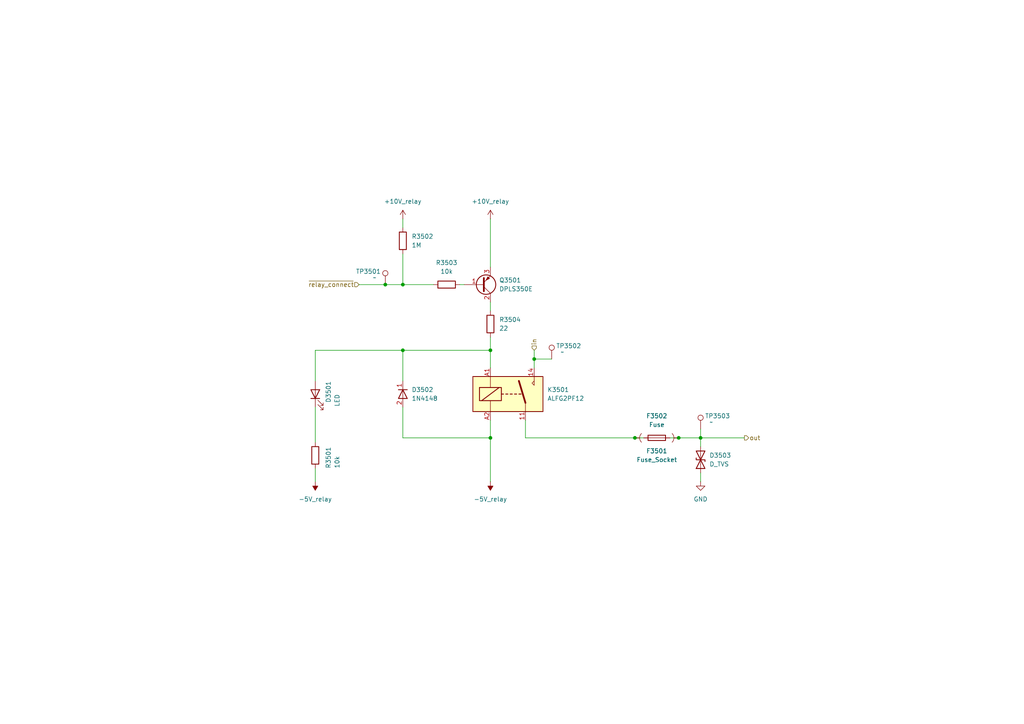
<source format=kicad_sch>
(kicad_sch
	(version 20231120)
	(generator "eeschema")
	(generator_version "8.0")
	(uuid "e5ac7aaa-a669-4523-899d-436cf4034916")
	(paper "A4")
	(title_block
		(title "Power Supply Sink")
		(date "2024-12-03")
		(rev "0.12.1")
		(company "Open Battery Tester")
		(comment 1 "Relay")
	)
	(lib_symbols
		(symbol "pss:+10V_relay"
			(power)
			(pin_numbers hide)
			(pin_names
				(offset 0) hide)
			(exclude_from_sim no)
			(in_bom yes)
			(on_board yes)
			(property "Reference" "#PWR"
				(at 0 -3.81 0)
				(effects
					(font
						(size 1.27 1.27)
					)
					(hide yes)
				)
			)
			(property "Value" "+10V_relay"
				(at 0 3.556 0)
				(effects
					(font
						(size 1.27 1.27)
					)
				)
			)
			(property "Footprint" ""
				(at 0 0 0)
				(effects
					(font
						(size 1.27 1.27)
					)
					(hide yes)
				)
			)
			(property "Datasheet" ""
				(at 0 0 0)
				(effects
					(font
						(size 1.27 1.27)
					)
					(hide yes)
				)
			)
			(property "Description" ""
				(at 0 0 0)
				(effects
					(font
						(size 1.27 1.27)
					)
					(hide yes)
				)
			)
			(property "ki_keywords" "global power"
				(at 0 0 0)
				(effects
					(font
						(size 1.27 1.27)
					)
					(hide yes)
				)
			)
			(symbol "+10V_relay_0_1"
				(polyline
					(pts
						(xy -0.762 1.27) (xy 0 2.54)
					)
					(stroke
						(width 0)
						(type default)
					)
					(fill
						(type none)
					)
				)
				(polyline
					(pts
						(xy 0 0) (xy 0 2.54)
					)
					(stroke
						(width 0)
						(type default)
					)
					(fill
						(type none)
					)
				)
				(polyline
					(pts
						(xy 0 2.54) (xy 0.762 1.27)
					)
					(stroke
						(width 0)
						(type default)
					)
					(fill
						(type none)
					)
				)
			)
			(symbol "+10V_relay_1_1"
				(pin power_in line
					(at 0 0 90)
					(length 0)
					(name "~"
						(effects
							(font
								(size 1.27 1.27)
							)
						)
					)
					(number "1"
						(effects
							(font
								(size 1.27 1.27)
							)
						)
					)
				)
			)
		)
		(symbol "pss:-5V_relay"
			(power)
			(pin_numbers hide)
			(pin_names
				(offset 0) hide)
			(exclude_from_sim no)
			(in_bom yes)
			(on_board yes)
			(property "Reference" "#PWR"
				(at 0 -3.81 0)
				(effects
					(font
						(size 1.27 1.27)
					)
					(hide yes)
				)
			)
			(property "Value" "-5V_relay"
				(at 0 3.556 0)
				(effects
					(font
						(size 1.27 1.27)
					)
				)
			)
			(property "Footprint" ""
				(at 0 0 0)
				(effects
					(font
						(size 1.27 1.27)
					)
					(hide yes)
				)
			)
			(property "Datasheet" ""
				(at 0 0 0)
				(effects
					(font
						(size 1.27 1.27)
					)
					(hide yes)
				)
			)
			(property "Description" ""
				(at 0 0 0)
				(effects
					(font
						(size 1.27 1.27)
					)
					(hide yes)
				)
			)
			(property "ki_keywords" "global power"
				(at 0 0 0)
				(effects
					(font
						(size 1.27 1.27)
					)
					(hide yes)
				)
			)
			(symbol "-5V_relay_0_0"
				(pin power_in line
					(at 0 0 90)
					(length 0)
					(name "~"
						(effects
							(font
								(size 1.27 1.27)
							)
						)
					)
					(number "1"
						(effects
							(font
								(size 1.27 1.27)
							)
						)
					)
				)
			)
			(symbol "-5V_relay_0_1"
				(polyline
					(pts
						(xy 0 0) (xy 0 1.27) (xy 0.762 1.27) (xy 0 2.54) (xy -0.762 1.27) (xy 0 1.27)
					)
					(stroke
						(width 0)
						(type default)
					)
					(fill
						(type outline)
					)
				)
			)
		)
		(symbol "pss:D"
			(pin_names
				(offset 1.016) hide)
			(exclude_from_sim no)
			(in_bom yes)
			(on_board yes)
			(property "Reference" "D"
				(at 0 2.54 0)
				(effects
					(font
						(size 1.27 1.27)
					)
				)
			)
			(property "Value" "D"
				(at 0 -2.54 0)
				(effects
					(font
						(size 1.27 1.27)
					)
				)
			)
			(property "Footprint" ""
				(at 0 0 0)
				(effects
					(font
						(size 1.27 1.27)
					)
					(hide yes)
				)
			)
			(property "Datasheet" "~"
				(at 0 0 0)
				(effects
					(font
						(size 1.27 1.27)
					)
					(hide yes)
				)
			)
			(property "Description" "Diode"
				(at 0 0 0)
				(effects
					(font
						(size 1.27 1.27)
					)
					(hide yes)
				)
			)
			(property "Sim.Device" "D"
				(at 0 0 0)
				(effects
					(font
						(size 1.27 1.27)
					)
					(hide yes)
				)
			)
			(property "Sim.Pins" "1=K 2=A"
				(at 0 0 0)
				(effects
					(font
						(size 1.27 1.27)
					)
					(hide yes)
				)
			)
			(property "ki_keywords" "diode"
				(at 0 0 0)
				(effects
					(font
						(size 1.27 1.27)
					)
					(hide yes)
				)
			)
			(property "ki_fp_filters" "TO-???* *_Diode_* *SingleDiode* D_*"
				(at 0 0 0)
				(effects
					(font
						(size 1.27 1.27)
					)
					(hide yes)
				)
			)
			(symbol "D_0_1"
				(polyline
					(pts
						(xy -1.27 1.27) (xy -1.27 -1.27)
					)
					(stroke
						(width 0.254)
						(type default)
					)
					(fill
						(type none)
					)
				)
				(polyline
					(pts
						(xy 1.27 0) (xy -1.27 0)
					)
					(stroke
						(width 0)
						(type default)
					)
					(fill
						(type none)
					)
				)
				(polyline
					(pts
						(xy 1.27 1.27) (xy 1.27 -1.27) (xy -1.27 0) (xy 1.27 1.27)
					)
					(stroke
						(width 0.254)
						(type default)
					)
					(fill
						(type none)
					)
				)
			)
			(symbol "D_1_1"
				(pin passive line
					(at -3.81 0 0)
					(length 2.54)
					(name "K"
						(effects
							(font
								(size 1.27 1.27)
							)
						)
					)
					(number "1"
						(effects
							(font
								(size 1.27 1.27)
							)
						)
					)
				)
				(pin passive line
					(at 3.81 0 180)
					(length 2.54)
					(name "A"
						(effects
							(font
								(size 1.27 1.27)
							)
						)
					)
					(number "2"
						(effects
							(font
								(size 1.27 1.27)
							)
						)
					)
				)
			)
		)
		(symbol "pss:D_TVS"
			(pin_numbers hide)
			(pin_names
				(offset 1.016) hide)
			(exclude_from_sim no)
			(in_bom yes)
			(on_board yes)
			(property "Reference" "D"
				(at 0 2.54 0)
				(effects
					(font
						(size 1.27 1.27)
					)
				)
			)
			(property "Value" "D_TVS"
				(at 0 -2.54 0)
				(effects
					(font
						(size 1.27 1.27)
					)
				)
			)
			(property "Footprint" ""
				(at 0 0 0)
				(effects
					(font
						(size 1.27 1.27)
					)
					(hide yes)
				)
			)
			(property "Datasheet" "~"
				(at 0 0 0)
				(effects
					(font
						(size 1.27 1.27)
					)
					(hide yes)
				)
			)
			(property "Description" "Bidirectional transient-voltage-suppression diode"
				(at 0 0 0)
				(effects
					(font
						(size 1.27 1.27)
					)
					(hide yes)
				)
			)
			(property "ki_keywords" "diode TVS thyrector"
				(at 0 0 0)
				(effects
					(font
						(size 1.27 1.27)
					)
					(hide yes)
				)
			)
			(property "ki_fp_filters" "TO-???* *_Diode_* *SingleDiode* D_*"
				(at 0 0 0)
				(effects
					(font
						(size 1.27 1.27)
					)
					(hide yes)
				)
			)
			(symbol "D_TVS_0_1"
				(polyline
					(pts
						(xy 1.27 0) (xy -1.27 0)
					)
					(stroke
						(width 0)
						(type default)
					)
					(fill
						(type none)
					)
				)
				(polyline
					(pts
						(xy 0.508 1.27) (xy 0 1.27) (xy 0 -1.27) (xy -0.508 -1.27)
					)
					(stroke
						(width 0.254)
						(type default)
					)
					(fill
						(type none)
					)
				)
				(polyline
					(pts
						(xy -2.54 1.27) (xy -2.54 -1.27) (xy 2.54 1.27) (xy 2.54 -1.27) (xy -2.54 1.27)
					)
					(stroke
						(width 0.254)
						(type default)
					)
					(fill
						(type none)
					)
				)
			)
			(symbol "D_TVS_1_1"
				(pin passive line
					(at -3.81 0 0)
					(length 2.54)
					(name "A1"
						(effects
							(font
								(size 1.27 1.27)
							)
						)
					)
					(number "1"
						(effects
							(font
								(size 1.27 1.27)
							)
						)
					)
				)
				(pin passive line
					(at 3.81 0 180)
					(length 2.54)
					(name "A2"
						(effects
							(font
								(size 1.27 1.27)
							)
						)
					)
					(number "2"
						(effects
							(font
								(size 1.27 1.27)
							)
						)
					)
				)
			)
		)
		(symbol "pss:Fuse"
			(pin_numbers hide)
			(pin_names
				(offset 0)
			)
			(exclude_from_sim no)
			(in_bom yes)
			(on_board yes)
			(property "Reference" "F"
				(at 2.032 0 90)
				(effects
					(font
						(size 1.27 1.27)
					)
				)
			)
			(property "Value" "Fuse"
				(at -1.905 0 90)
				(effects
					(font
						(size 1.27 1.27)
					)
				)
			)
			(property "Footprint" ""
				(at -1.778 0 90)
				(effects
					(font
						(size 1.27 1.27)
					)
					(hide yes)
				)
			)
			(property "Datasheet" "~"
				(at 0 0 0)
				(effects
					(font
						(size 1.27 1.27)
					)
					(hide yes)
				)
			)
			(property "Description" "Fuse"
				(at 0 0 0)
				(effects
					(font
						(size 1.27 1.27)
					)
					(hide yes)
				)
			)
			(property "ki_keywords" "fuse"
				(at 0 0 0)
				(effects
					(font
						(size 1.27 1.27)
					)
					(hide yes)
				)
			)
			(property "ki_fp_filters" "*Fuse*"
				(at 0 0 0)
				(effects
					(font
						(size 1.27 1.27)
					)
					(hide yes)
				)
			)
			(symbol "Fuse_0_1"
				(rectangle
					(start -0.762 -2.54)
					(end 0.762 2.54)
					(stroke
						(width 0.254)
						(type default)
					)
					(fill
						(type none)
					)
				)
				(polyline
					(pts
						(xy 0 2.54) (xy 0 -2.54)
					)
					(stroke
						(width 0)
						(type default)
					)
					(fill
						(type none)
					)
				)
			)
			(symbol "Fuse_1_1"
				(pin passive line
					(at 0 3.81 270)
					(length 1.27)
					(name "~"
						(effects
							(font
								(size 1.27 1.27)
							)
						)
					)
					(number "1"
						(effects
							(font
								(size 1.27 1.27)
							)
						)
					)
				)
				(pin passive line
					(at 0 -3.81 90)
					(length 1.27)
					(name "~"
						(effects
							(font
								(size 1.27 1.27)
							)
						)
					)
					(number "2"
						(effects
							(font
								(size 1.27 1.27)
							)
						)
					)
				)
			)
		)
		(symbol "pss:Fuse_Socket"
			(pin_numbers hide)
			(pin_names
				(offset 0)
			)
			(exclude_from_sim no)
			(in_bom yes)
			(on_board yes)
			(property "Reference" "F"
				(at -0.508 0 90)
				(effects
					(font
						(size 1.27 1.27)
					)
				)
			)
			(property "Value" "Fuse_Socket"
				(at -2.54 0 90)
				(effects
					(font
						(size 1.27 1.27)
					)
				)
			)
			(property "Footprint" ""
				(at -1.778 0 90)
				(effects
					(font
						(size 1.27 1.27)
					)
					(hide yes)
				)
			)
			(property "Datasheet" "~"
				(at -2.54 0 0)
				(effects
					(font
						(size 1.27 1.27)
					)
					(hide yes)
				)
			)
			(property "Description" "Fuse"
				(at 0 0 0)
				(effects
					(font
						(size 1.27 1.27)
					)
					(hide yes)
				)
			)
			(property "ki_keywords" "fuse socket"
				(at 0 0 0)
				(effects
					(font
						(size 1.27 1.27)
					)
					(hide yes)
				)
			)
			(property "ki_fp_filters" "*Fuse*"
				(at 0 0 0)
				(effects
					(font
						(size 1.27 1.27)
					)
					(hide yes)
				)
			)
			(symbol "Fuse_Socket_0_1"
				(arc
					(start -1.27 -4.445)
					(mid 0 -4.9711)
					(end 1.27 -4.445)
					(stroke
						(width 0)
						(type default)
					)
					(fill
						(type none)
					)
				)
				(arc
					(start 1.27 4.4448)
					(mid 0 4.9709)
					(end -1.27 4.4448)
					(stroke
						(width 0)
						(type default)
					)
					(fill
						(type none)
					)
				)
			)
			(symbol "Fuse_Socket_1_1"
				(pin passive line
					(at 0 6.35 270)
					(length 1.27)
					(name "~"
						(effects
							(font
								(size 1.27 1.27)
							)
						)
					)
					(number "1"
						(effects
							(font
								(size 1.27 1.27)
							)
						)
					)
				)
				(pin passive line
					(at 0 -6.35 90)
					(length 1.27)
					(name "~"
						(effects
							(font
								(size 1.27 1.27)
							)
						)
					)
					(number "2"
						(effects
							(font
								(size 1.27 1.27)
							)
						)
					)
				)
			)
		)
		(symbol "pss:GND"
			(power)
			(pin_numbers hide)
			(pin_names
				(offset 0) hide)
			(exclude_from_sim no)
			(in_bom yes)
			(on_board yes)
			(property "Reference" "#PWR"
				(at 0 -6.35 0)
				(effects
					(font
						(size 1.27 1.27)
					)
					(hide yes)
				)
			)
			(property "Value" "GND"
				(at 0 -3.81 0)
				(effects
					(font
						(size 1.27 1.27)
					)
				)
			)
			(property "Footprint" ""
				(at 0 0 0)
				(effects
					(font
						(size 1.27 1.27)
					)
					(hide yes)
				)
			)
			(property "Datasheet" ""
				(at 0 0 0)
				(effects
					(font
						(size 1.27 1.27)
					)
					(hide yes)
				)
			)
			(property "Description" "Power symbol creates a global label with name \"GND\" , ground"
				(at 0 0 0)
				(effects
					(font
						(size 1.27 1.27)
					)
					(hide yes)
				)
			)
			(property "ki_keywords" "global power"
				(at 0 0 0)
				(effects
					(font
						(size 1.27 1.27)
					)
					(hide yes)
				)
			)
			(symbol "GND_0_1"
				(polyline
					(pts
						(xy 0 0) (xy 0 -1.27) (xy 1.27 -1.27) (xy 0 -2.54) (xy -1.27 -1.27) (xy 0 -1.27)
					)
					(stroke
						(width 0)
						(type default)
					)
					(fill
						(type none)
					)
				)
			)
			(symbol "GND_1_1"
				(pin power_in line
					(at 0 0 270)
					(length 0)
					(name "~"
						(effects
							(font
								(size 1.27 1.27)
							)
						)
					)
					(number "1"
						(effects
							(font
								(size 1.27 1.27)
							)
						)
					)
				)
			)
		)
		(symbol "pss:LED"
			(pin_numbers hide)
			(pin_names
				(offset 1.016) hide)
			(exclude_from_sim no)
			(in_bom yes)
			(on_board yes)
			(property "Reference" "D"
				(at 0 2.54 0)
				(effects
					(font
						(size 1.27 1.27)
					)
				)
			)
			(property "Value" "LED"
				(at 0 -2.54 0)
				(effects
					(font
						(size 1.27 1.27)
					)
				)
			)
			(property "Footprint" ""
				(at 0 0 0)
				(effects
					(font
						(size 1.27 1.27)
					)
					(hide yes)
				)
			)
			(property "Datasheet" "~"
				(at 0 0 0)
				(effects
					(font
						(size 1.27 1.27)
					)
					(hide yes)
				)
			)
			(property "Description" "Light emitting diode"
				(at 0 0 0)
				(effects
					(font
						(size 1.27 1.27)
					)
					(hide yes)
				)
			)
			(property "ki_keywords" "LED diode"
				(at 0 0 0)
				(effects
					(font
						(size 1.27 1.27)
					)
					(hide yes)
				)
			)
			(property "ki_fp_filters" "LED* LED_SMD:* LED_THT:*"
				(at 0 0 0)
				(effects
					(font
						(size 1.27 1.27)
					)
					(hide yes)
				)
			)
			(symbol "LED_0_1"
				(polyline
					(pts
						(xy -1.27 -1.27) (xy -1.27 1.27)
					)
					(stroke
						(width 0.254)
						(type default)
					)
					(fill
						(type none)
					)
				)
				(polyline
					(pts
						(xy -1.27 0) (xy 1.27 0)
					)
					(stroke
						(width 0)
						(type default)
					)
					(fill
						(type none)
					)
				)
				(polyline
					(pts
						(xy 1.27 -1.27) (xy 1.27 1.27) (xy -1.27 0) (xy 1.27 -1.27)
					)
					(stroke
						(width 0.254)
						(type default)
					)
					(fill
						(type none)
					)
				)
				(polyline
					(pts
						(xy -3.048 -0.762) (xy -4.572 -2.286) (xy -3.81 -2.286) (xy -4.572 -2.286) (xy -4.572 -1.524)
					)
					(stroke
						(width 0)
						(type default)
					)
					(fill
						(type none)
					)
				)
				(polyline
					(pts
						(xy -1.778 -0.762) (xy -3.302 -2.286) (xy -2.54 -2.286) (xy -3.302 -2.286) (xy -3.302 -1.524)
					)
					(stroke
						(width 0)
						(type default)
					)
					(fill
						(type none)
					)
				)
			)
			(symbol "LED_1_1"
				(pin passive line
					(at -3.81 0 0)
					(length 2.54)
					(name "K"
						(effects
							(font
								(size 1.27 1.27)
							)
						)
					)
					(number "1"
						(effects
							(font
								(size 1.27 1.27)
							)
						)
					)
				)
				(pin passive line
					(at 3.81 0 180)
					(length 2.54)
					(name "A"
						(effects
							(font
								(size 1.27 1.27)
							)
						)
					)
					(number "2"
						(effects
							(font
								(size 1.27 1.27)
							)
						)
					)
				)
			)
		)
		(symbol "pss:Panasonic_ALFG2PF12"
			(exclude_from_sim no)
			(in_bom yes)
			(on_board yes)
			(property "Reference" "K"
				(at 11.43 3.81 0)
				(effects
					(font
						(size 1.27 1.27)
					)
					(justify left)
				)
			)
			(property "Value" "Panasonic_ALFG2PF12"
				(at 11.43 1.27 0)
				(effects
					(font
						(size 1.27 1.27)
					)
					(justify left)
				)
			)
			(property "Footprint" "Relay_THT:Relay_SPST_Panasonic_ALFG_FormA_CircularHoles"
				(at 32.258 -0.762 0)
				(effects
					(font
						(size 1.27 1.27)
					)
					(hide yes)
				)
			)
			(property "Datasheet" "https://www3.panasonic.biz/ac/e_download/control/relay/power/catalog/mech_eng_lfg.pdf"
				(at 0 0 0)
				(effects
					(font
						(size 1.27 1.27)
					)
					(hide yes)
				)
			)
			(property "Description" "12V DC, High Capacity, 31A, Contact Gap 1.5mm, ALFG_FormA"
				(at 0 0 0)
				(effects
					(font
						(size 1.27 1.27)
					)
					(hide yes)
				)
			)
			(property "ki_keywords" "single pole spst make contact"
				(at 0 0 0)
				(effects
					(font
						(size 1.27 1.27)
					)
					(hide yes)
				)
			)
			(property "ki_fp_filters" "Relay*SPST*Panasonic*ALFG*FormA*"
				(at 0 0 0)
				(effects
					(font
						(size 1.27 1.27)
					)
					(hide yes)
				)
			)
			(symbol "Panasonic_ALFG2PF12_0_1"
				(rectangle
					(start -10.16 5.08)
					(end 10.16 -5.08)
					(stroke
						(width 0.254)
						(type default)
					)
					(fill
						(type background)
					)
				)
				(rectangle
					(start -8.255 1.905)
					(end -1.905 -1.905)
					(stroke
						(width 0.254)
						(type default)
					)
					(fill
						(type none)
					)
				)
				(polyline
					(pts
						(xy -7.62 -1.905) (xy -2.54 1.905)
					)
					(stroke
						(width 0.254)
						(type default)
					)
					(fill
						(type none)
					)
				)
				(polyline
					(pts
						(xy -5.08 -5.08) (xy -5.08 -1.905)
					)
					(stroke
						(width 0)
						(type default)
					)
					(fill
						(type none)
					)
				)
				(polyline
					(pts
						(xy -5.08 5.08) (xy -5.08 1.905)
					)
					(stroke
						(width 0)
						(type default)
					)
					(fill
						(type none)
					)
				)
				(polyline
					(pts
						(xy -1.905 0) (xy -1.27 0)
					)
					(stroke
						(width 0.254)
						(type default)
					)
					(fill
						(type none)
					)
				)
				(polyline
					(pts
						(xy -0.635 0) (xy 0 0)
					)
					(stroke
						(width 0.254)
						(type default)
					)
					(fill
						(type none)
					)
				)
				(polyline
					(pts
						(xy 0.635 0) (xy 1.27 0)
					)
					(stroke
						(width 0.254)
						(type default)
					)
					(fill
						(type none)
					)
				)
				(polyline
					(pts
						(xy 1.905 0) (xy 2.54 0)
					)
					(stroke
						(width 0.254)
						(type default)
					)
					(fill
						(type none)
					)
				)
				(polyline
					(pts
						(xy 3.175 0) (xy 3.81 0)
					)
					(stroke
						(width 0.254)
						(type default)
					)
					(fill
						(type none)
					)
				)
				(polyline
					(pts
						(xy 5.08 -2.54) (xy 3.175 3.81)
					)
					(stroke
						(width 0.508)
						(type default)
					)
					(fill
						(type none)
					)
				)
				(polyline
					(pts
						(xy 5.08 -2.54) (xy 5.08 -5.08)
					)
					(stroke
						(width 0)
						(type default)
					)
					(fill
						(type none)
					)
				)
				(polyline
					(pts
						(xy 7.62 5.08) (xy 7.62 2.54) (xy 6.985 3.175) (xy 7.62 3.81)
					)
					(stroke
						(width 0)
						(type default)
					)
					(fill
						(type none)
					)
				)
			)
			(symbol "Panasonic_ALFG2PF12_1_1"
				(pin passive line
					(at 5.08 -7.62 90)
					(length 2.54)
					(name "~"
						(effects
							(font
								(size 1.27 1.27)
							)
						)
					)
					(number "11"
						(effects
							(font
								(size 1.27 1.27)
							)
						)
					)
				)
				(pin passive line
					(at 7.62 7.62 270)
					(length 2.54)
					(name "~"
						(effects
							(font
								(size 1.27 1.27)
							)
						)
					)
					(number "14"
						(effects
							(font
								(size 1.27 1.27)
							)
						)
					)
				)
				(pin passive line
					(at -5.08 7.62 270)
					(length 2.54)
					(name "~"
						(effects
							(font
								(size 1.27 1.27)
							)
						)
					)
					(number "A1"
						(effects
							(font
								(size 1.27 1.27)
							)
						)
					)
				)
				(pin passive line
					(at -5.08 -7.62 90)
					(length 2.54)
					(name "~"
						(effects
							(font
								(size 1.27 1.27)
							)
						)
					)
					(number "A2"
						(effects
							(font
								(size 1.27 1.27)
							)
						)
					)
				)
			)
		)
		(symbol "pss:Q_PNP_BCE"
			(pin_names
				(offset 0) hide)
			(exclude_from_sim no)
			(in_bom yes)
			(on_board yes)
			(property "Reference" "Q"
				(at 5.08 1.27 0)
				(effects
					(font
						(size 1.27 1.27)
					)
					(justify left)
				)
			)
			(property "Value" "Q_PNP_BCE"
				(at 5.08 -1.27 0)
				(effects
					(font
						(size 1.27 1.27)
					)
					(justify left)
				)
			)
			(property "Footprint" ""
				(at 5.08 2.54 0)
				(effects
					(font
						(size 1.27 1.27)
					)
					(hide yes)
				)
			)
			(property "Datasheet" "~"
				(at 0 0 0)
				(effects
					(font
						(size 1.27 1.27)
					)
					(hide yes)
				)
			)
			(property "Description" "PNP transistor, base/collector/emitter"
				(at 0 0 0)
				(effects
					(font
						(size 1.27 1.27)
					)
					(hide yes)
				)
			)
			(property "ki_keywords" "transistor PNP"
				(at 0 0 0)
				(effects
					(font
						(size 1.27 1.27)
					)
					(hide yes)
				)
			)
			(symbol "Q_PNP_BCE_0_1"
				(polyline
					(pts
						(xy 0.635 0.635) (xy 2.54 2.54)
					)
					(stroke
						(width 0)
						(type default)
					)
					(fill
						(type none)
					)
				)
				(polyline
					(pts
						(xy 0.635 -0.635) (xy 2.54 -2.54) (xy 2.54 -2.54)
					)
					(stroke
						(width 0)
						(type default)
					)
					(fill
						(type none)
					)
				)
				(polyline
					(pts
						(xy 0.635 1.905) (xy 0.635 -1.905) (xy 0.635 -1.905)
					)
					(stroke
						(width 0.508)
						(type default)
					)
					(fill
						(type none)
					)
				)
				(polyline
					(pts
						(xy 2.286 -1.778) (xy 1.778 -2.286) (xy 1.27 -1.27) (xy 2.286 -1.778) (xy 2.286 -1.778)
					)
					(stroke
						(width 0)
						(type default)
					)
					(fill
						(type outline)
					)
				)
				(circle
					(center 1.27 0)
					(radius 2.8194)
					(stroke
						(width 0.254)
						(type default)
					)
					(fill
						(type none)
					)
				)
			)
			(symbol "Q_PNP_BCE_1_1"
				(pin input line
					(at -5.08 0 0)
					(length 5.715)
					(name "B"
						(effects
							(font
								(size 1.27 1.27)
							)
						)
					)
					(number "1"
						(effects
							(font
								(size 1.27 1.27)
							)
						)
					)
				)
				(pin passive line
					(at 2.54 5.08 270)
					(length 2.54)
					(name "C"
						(effects
							(font
								(size 1.27 1.27)
							)
						)
					)
					(number "2"
						(effects
							(font
								(size 1.27 1.27)
							)
						)
					)
				)
				(pin passive line
					(at 2.54 -5.08 90)
					(length 2.54)
					(name "E"
						(effects
							(font
								(size 1.27 1.27)
							)
						)
					)
					(number "3"
						(effects
							(font
								(size 1.27 1.27)
							)
						)
					)
				)
			)
		)
		(symbol "pss:R"
			(pin_numbers hide)
			(pin_names
				(offset 0)
			)
			(exclude_from_sim no)
			(in_bom yes)
			(on_board yes)
			(property "Reference" "R"
				(at 2.032 0 90)
				(effects
					(font
						(size 1.27 1.27)
					)
				)
			)
			(property "Value" "R"
				(at 0 0 90)
				(effects
					(font
						(size 1.27 1.27)
					)
				)
			)
			(property "Footprint" ""
				(at -1.778 0 90)
				(effects
					(font
						(size 1.27 1.27)
					)
					(hide yes)
				)
			)
			(property "Datasheet" "~"
				(at 0 0 0)
				(effects
					(font
						(size 1.27 1.27)
					)
					(hide yes)
				)
			)
			(property "Description" "Resistor"
				(at 0 0 0)
				(effects
					(font
						(size 1.27 1.27)
					)
					(hide yes)
				)
			)
			(property "ki_keywords" "R res resistor"
				(at 0 0 0)
				(effects
					(font
						(size 1.27 1.27)
					)
					(hide yes)
				)
			)
			(property "ki_fp_filters" "R_*"
				(at 0 0 0)
				(effects
					(font
						(size 1.27 1.27)
					)
					(hide yes)
				)
			)
			(symbol "R_0_1"
				(rectangle
					(start -1.016 -2.54)
					(end 1.016 2.54)
					(stroke
						(width 0.254)
						(type default)
					)
					(fill
						(type none)
					)
				)
			)
			(symbol "R_1_1"
				(pin passive line
					(at 0 3.81 270)
					(length 1.27)
					(name "~"
						(effects
							(font
								(size 1.27 1.27)
							)
						)
					)
					(number "1"
						(effects
							(font
								(size 1.27 1.27)
							)
						)
					)
				)
				(pin passive line
					(at 0 -3.81 90)
					(length 1.27)
					(name "~"
						(effects
							(font
								(size 1.27 1.27)
							)
						)
					)
					(number "2"
						(effects
							(font
								(size 1.27 1.27)
							)
						)
					)
				)
			)
		)
		(symbol "pss:TestPoint"
			(pin_numbers hide)
			(pin_names
				(offset 0.762) hide)
			(exclude_from_sim no)
			(in_bom yes)
			(on_board yes)
			(property "Reference" "TP"
				(at 0 6.858 0)
				(effects
					(font
						(size 1.27 1.27)
					)
				)
			)
			(property "Value" "TestPoint"
				(at 0 5.08 0)
				(effects
					(font
						(size 1.27 1.27)
					)
				)
			)
			(property "Footprint" ""
				(at 5.08 0 0)
				(effects
					(font
						(size 1.27 1.27)
					)
					(hide yes)
				)
			)
			(property "Datasheet" "~"
				(at 5.08 0 0)
				(effects
					(font
						(size 1.27 1.27)
					)
					(hide yes)
				)
			)
			(property "Description" "test point"
				(at 0 0 0)
				(effects
					(font
						(size 1.27 1.27)
					)
					(hide yes)
				)
			)
			(property "ki_keywords" "test point tp"
				(at 0 0 0)
				(effects
					(font
						(size 1.27 1.27)
					)
					(hide yes)
				)
			)
			(property "ki_fp_filters" "Pin* Test*"
				(at 0 0 0)
				(effects
					(font
						(size 1.27 1.27)
					)
					(hide yes)
				)
			)
			(symbol "TestPoint_0_1"
				(circle
					(center 0 3.302)
					(radius 0.762)
					(stroke
						(width 0)
						(type default)
					)
					(fill
						(type none)
					)
				)
			)
			(symbol "TestPoint_1_1"
				(pin passive line
					(at 0 0 90)
					(length 2.54)
					(name "1"
						(effects
							(font
								(size 1.27 1.27)
							)
						)
					)
					(number "1"
						(effects
							(font
								(size 1.27 1.27)
							)
						)
					)
				)
			)
		)
	)
	(junction
		(at 203.2 127)
		(diameter 0)
		(color 0 0 0 0)
		(uuid "15b5c448-dfee-4e90-8126-5d793cb49b42")
	)
	(junction
		(at 116.84 101.6)
		(diameter 0)
		(color 0 0 0 0)
		(uuid "1bf21c73-f2ea-4fbe-b49b-8ce721b7829b")
	)
	(junction
		(at 116.84 82.55)
		(diameter 0)
		(color 0 0 0 0)
		(uuid "37bc6043-71d4-48b7-a569-0a409e457134")
	)
	(junction
		(at 154.94 104.14)
		(diameter 0)
		(color 0 0 0 0)
		(uuid "4a31e2fb-1174-4271-a1f7-91891cb740e8")
	)
	(junction
		(at 184.15 127)
		(diameter 0)
		(color 0 0 0 0)
		(uuid "7d80c609-bb55-436c-b19f-5f9756fd7515")
	)
	(junction
		(at 142.24 127)
		(diameter 0)
		(color 0 0 0 0)
		(uuid "94360afc-0af3-487c-abba-9e027cf4d090")
	)
	(junction
		(at 111.76 82.55)
		(diameter 0)
		(color 0 0 0 0)
		(uuid "d1df6ed8-f33f-41e4-b933-fdbfb0241ce1")
	)
	(junction
		(at 196.85 127)
		(diameter 0)
		(color 0 0 0 0)
		(uuid "e6ad3317-9f00-4752-a94d-442baba69c41")
	)
	(junction
		(at 142.24 101.6)
		(diameter 0)
		(color 0 0 0 0)
		(uuid "e8d27895-aa8d-4d90-84f5-70ca212236a2")
	)
	(wire
		(pts
			(xy 142.24 97.79) (xy 142.24 101.6)
		)
		(stroke
			(width 0)
			(type default)
		)
		(uuid "01e8da16-4942-4585-852e-22e437275f77")
	)
	(wire
		(pts
			(xy 194.31 127) (xy 196.85 127)
		)
		(stroke
			(width 0)
			(type default)
		)
		(uuid "02103ab2-7bc7-4415-92bb-a0ae7ae71593")
	)
	(wire
		(pts
			(xy 91.44 101.6) (xy 116.84 101.6)
		)
		(stroke
			(width 0)
			(type default)
		)
		(uuid "060c586c-dad0-42d7-9923-87bff0b504bd")
	)
	(wire
		(pts
			(xy 160.02 104.14) (xy 154.94 104.14)
		)
		(stroke
			(width 0)
			(type default)
		)
		(uuid "0d8bfeb3-9c4b-4eae-b8dd-61e3972b55c4")
	)
	(wire
		(pts
			(xy 116.84 118.11) (xy 116.84 127)
		)
		(stroke
			(width 0)
			(type default)
		)
		(uuid "1114d67f-cb55-4f9e-9f9e-dc2835e6b985")
	)
	(wire
		(pts
			(xy 152.4 121.92) (xy 152.4 127)
		)
		(stroke
			(width 0)
			(type default)
		)
		(uuid "14083965-5ecf-4e71-aa5d-c5c38f07a4fd")
	)
	(wire
		(pts
			(xy 154.94 104.14) (xy 154.94 106.68)
		)
		(stroke
			(width 0)
			(type default)
		)
		(uuid "14834545-aefa-43a3-8a08-6e289227573a")
	)
	(wire
		(pts
			(xy 196.85 127) (xy 203.2 127)
		)
		(stroke
			(width 0)
			(type default)
		)
		(uuid "28a21567-f617-470a-9089-76fb1043f365")
	)
	(wire
		(pts
			(xy 142.24 121.92) (xy 142.24 127)
		)
		(stroke
			(width 0)
			(type default)
		)
		(uuid "3770a90b-7d2d-4fe6-9f2e-2059d2ce0496")
	)
	(wire
		(pts
			(xy 154.94 101.6) (xy 154.94 104.14)
		)
		(stroke
			(width 0)
			(type default)
		)
		(uuid "3bdcb783-cc41-4ae9-a4f0-1297a1a30a9c")
	)
	(wire
		(pts
			(xy 184.15 127) (xy 186.69 127)
		)
		(stroke
			(width 0)
			(type default)
		)
		(uuid "43ea82c4-c09e-43b4-9021-7796c9e7f31f")
	)
	(wire
		(pts
			(xy 91.44 118.11) (xy 91.44 128.27)
		)
		(stroke
			(width 0)
			(type default)
		)
		(uuid "4793a88f-66c9-4608-a029-eea831556194")
	)
	(wire
		(pts
			(xy 116.84 110.49) (xy 116.84 101.6)
		)
		(stroke
			(width 0)
			(type default)
		)
		(uuid "51efd3e0-617d-4504-950e-c28e0a647a40")
	)
	(wire
		(pts
			(xy 91.44 135.89) (xy 91.44 139.7)
		)
		(stroke
			(width 0)
			(type default)
		)
		(uuid "530256da-e45b-469f-aab7-336da5747dea")
	)
	(wire
		(pts
			(xy 142.24 87.63) (xy 142.24 90.17)
		)
		(stroke
			(width 0)
			(type default)
		)
		(uuid "5405eead-09fa-43f6-ac82-c1b09d517a62")
	)
	(wire
		(pts
			(xy 116.84 73.66) (xy 116.84 82.55)
		)
		(stroke
			(width 0)
			(type default)
		)
		(uuid "66a20b62-259a-47b7-9f0c-b7478f35b499")
	)
	(wire
		(pts
			(xy 111.76 82.55) (xy 116.84 82.55)
		)
		(stroke
			(width 0)
			(type default)
		)
		(uuid "6a1a0de5-3aa3-466d-9bfc-108eeba034a6")
	)
	(wire
		(pts
			(xy 91.44 110.49) (xy 91.44 101.6)
		)
		(stroke
			(width 0)
			(type default)
		)
		(uuid "6e960d68-d621-44a4-a535-d306547f0a84")
	)
	(wire
		(pts
			(xy 142.24 63.5) (xy 142.24 77.47)
		)
		(stroke
			(width 0)
			(type default)
		)
		(uuid "7c195015-7555-4e5e-90a9-2086943fb092")
	)
	(wire
		(pts
			(xy 203.2 137.16) (xy 203.2 139.7)
		)
		(stroke
			(width 0)
			(type default)
		)
		(uuid "86cce01b-d9a9-426e-bd7c-22819409cd05")
	)
	(wire
		(pts
			(xy 116.84 101.6) (xy 142.24 101.6)
		)
		(stroke
			(width 0)
			(type default)
		)
		(uuid "8c23b8e9-a428-4ac0-8ff2-0c12db7a0f2f")
	)
	(wire
		(pts
			(xy 203.2 127) (xy 203.2 129.54)
		)
		(stroke
			(width 0)
			(type default)
		)
		(uuid "9068e65e-ab26-40b7-b450-e261a49472bd")
	)
	(wire
		(pts
			(xy 116.84 82.55) (xy 125.73 82.55)
		)
		(stroke
			(width 0)
			(type default)
		)
		(uuid "96af2ddf-a167-4b45-baff-1c73c6c00cf6")
	)
	(wire
		(pts
			(xy 116.84 63.5) (xy 116.84 66.04)
		)
		(stroke
			(width 0)
			(type default)
		)
		(uuid "9ed13848-f6f0-4389-a675-f270ec38bc1d")
	)
	(wire
		(pts
			(xy 152.4 127) (xy 184.15 127)
		)
		(stroke
			(width 0)
			(type default)
		)
		(uuid "b82e514e-a991-4b8e-b3af-db7651bb17e0")
	)
	(wire
		(pts
			(xy 116.84 127) (xy 142.24 127)
		)
		(stroke
			(width 0)
			(type default)
		)
		(uuid "c2ae18fe-a4f6-41aa-916c-1ea9363c90ec")
	)
	(wire
		(pts
			(xy 133.35 82.55) (xy 134.62 82.55)
		)
		(stroke
			(width 0)
			(type default)
		)
		(uuid "c62ff247-41c1-4d16-8073-6298f06eb84f")
	)
	(wire
		(pts
			(xy 203.2 124.46) (xy 203.2 127)
		)
		(stroke
			(width 0)
			(type default)
		)
		(uuid "c7e8c6fa-cb49-4507-b8bc-848472c25500")
	)
	(wire
		(pts
			(xy 203.2 127) (xy 215.9 127)
		)
		(stroke
			(width 0)
			(type default)
		)
		(uuid "f03404a5-e8c3-4661-b2b8-041d8e13619b")
	)
	(wire
		(pts
			(xy 142.24 127) (xy 142.24 139.7)
		)
		(stroke
			(width 0)
			(type default)
		)
		(uuid "f06cea50-6906-41f1-8766-659349908485")
	)
	(wire
		(pts
			(xy 104.14 82.55) (xy 111.76 82.55)
		)
		(stroke
			(width 0)
			(type default)
		)
		(uuid "fc17f1b0-56de-4a0c-8a5c-89ca70a79858")
	)
	(wire
		(pts
			(xy 142.24 101.6) (xy 142.24 106.68)
		)
		(stroke
			(width 0)
			(type default)
		)
		(uuid "ff294d0a-cdc5-41f9-8896-ee8fc7d76fe6")
	)
	(hierarchical_label "out"
		(shape output)
		(at 215.9 127 0)
		(fields_autoplaced yes)
		(effects
			(font
				(size 1.27 1.27)
			)
			(justify left)
		)
		(uuid "3d9e596a-cbf3-497a-b51b-e8ca58cf5abe")
	)
	(hierarchical_label "in"
		(shape input)
		(at 154.94 101.6 90)
		(fields_autoplaced yes)
		(effects
			(font
				(size 1.27 1.27)
			)
			(justify left)
		)
		(uuid "9c9ccba1-6e49-40a4-b83b-ebc0529674f6")
	)
	(hierarchical_label "~{relay_connect}"
		(shape input)
		(at 104.14 82.55 180)
		(fields_autoplaced yes)
		(effects
			(font
				(size 1.27 1.27)
			)
			(justify right)
		)
		(uuid "f1d2b651-3c79-4d70-b124-13507c6a4e3f")
	)
	(symbol
		(lib_id "pss:TestPoint")
		(at 203.2 124.46 0)
		(unit 1)
		(exclude_from_sim no)
		(in_bom yes)
		(on_board yes)
		(dnp no)
		(uuid "0ac7c1e9-9349-426e-b802-14f92e443a78")
		(property "Reference" "TP28003"
			(at 204.47 120.65 0)
			(effects
				(font
					(size 1.27 1.27)
				)
				(justify left)
			)
		)
		(property "Value" "~"
			(at 205.74 122.4279 0)
			(effects
				(font
					(size 1.27 1.27)
				)
				(justify left)
			)
		)
		(property "Footprint" "pss:TP_0805_2012Metric"
			(at 208.28 124.46 0)
			(effects
				(font
					(size 1.27 1.27)
				)
				(hide yes)
			)
		)
		(property "Datasheet" "https://www.koaspeer.com/pdfs/RC.pdf"
			(at 208.28 124.46 0)
			(effects
				(font
					(size 1.27 1.27)
				)
				(hide yes)
			)
		)
		(property "Description" "test point"
			(at 203.2 124.46 0)
			(effects
				(font
					(size 1.27 1.27)
				)
				(hide yes)
			)
		)
		(property "MPN" "RCTCTE"
			(at 203.2 124.46 0)
			(effects
				(font
					(size 1.27 1.27)
				)
				(hide yes)
			)
		)
		(property "VPN" "660-RCTCTE"
			(at 203.2 124.46 0)
			(effects
				(font
					(size 1.27 1.27)
				)
				(hide yes)
			)
		)
		(pin "1"
			(uuid "ab26647a-bc11-4ee6-ba36-9ee0f3b299cf")
		)
		(instances
			(project "pss"
				(path "/3c438cf7-9350-4e9f-8115-1deba8984176/8c067982-1bdd-455d-9e35-2bb5ebdf1fda"
					(reference "TP3503")
					(unit 1)
				)
			)
		)
	)
	(symbol
		(lib_id "pss:+10V_relay")
		(at 142.24 63.5 0)
		(unit 1)
		(exclude_from_sim no)
		(in_bom yes)
		(on_board yes)
		(dnp no)
		(fields_autoplaced yes)
		(uuid "20f7b1d1-10fd-4782-abeb-22fa2c9df968")
		(property "Reference" "#PWR028020"
			(at 142.24 67.31 0)
			(effects
				(font
					(size 1.27 1.27)
				)
				(hide yes)
			)
		)
		(property "Value" "+10V_relay"
			(at 142.24 58.42 0)
			(effects
				(font
					(size 1.27 1.27)
				)
			)
		)
		(property "Footprint" ""
			(at 142.24 63.5 0)
			(effects
				(font
					(size 1.27 1.27)
				)
				(hide yes)
			)
		)
		(property "Datasheet" ""
			(at 142.24 63.5 0)
			(effects
				(font
					(size 1.27 1.27)
				)
				(hide yes)
			)
		)
		(property "Description" ""
			(at 142.24 63.5 0)
			(effects
				(font
					(size 1.27 1.27)
				)
				(hide yes)
			)
		)
		(pin "1"
			(uuid "d26e1957-73cd-4d26-a5a1-14ff8f37a15e")
		)
		(instances
			(project "pss"
				(path "/3c438cf7-9350-4e9f-8115-1deba8984176/8c067982-1bdd-455d-9e35-2bb5ebdf1fda"
					(reference "#PWR03503")
					(unit 1)
				)
			)
		)
	)
	(symbol
		(lib_id "pss:LED")
		(at 91.44 114.3 90)
		(unit 1)
		(exclude_from_sim no)
		(in_bom yes)
		(on_board yes)
		(dnp no)
		(uuid "2bd4d7ca-fea5-4054-a0f5-16df4eee8bb1")
		(property "Reference" "D28001"
			(at 95.25 110.49 0)
			(effects
				(font
					(size 1.27 1.27)
				)
				(justify right)
			)
		)
		(property "Value" "LED"
			(at 97.79 114.3 0)
			(effects
				(font
					(size 1.27 1.27)
				)
				(justify right)
			)
		)
		(property "Footprint" "LED_SMD:LED_0805_2012Metric_Pad1.15x1.40mm_HandSolder"
			(at 91.44 114.3 0)
			(effects
				(font
					(size 1.27 1.27)
				)
				(hide yes)
			)
		)
		(property "Datasheet" "https://www.mouser.de/datasheet/2/180/IN_S85CS5G_V1_0-2001033.pdf"
			(at 91.44 114.3 0)
			(effects
				(font
					(size 1.27 1.27)
				)
				(hide yes)
			)
		)
		(property "Description" "Light emitting diode"
			(at 91.44 114.3 0)
			(effects
				(font
					(size 1.27 1.27)
				)
				(hide yes)
			)
		)
		(property "MPN" "IN-S85CS5G"
			(at 91.44 114.3 0)
			(effects
				(font
					(size 1.27 1.27)
				)
				(hide yes)
			)
		)
		(property "VPN" "743-IN-S85CS5G"
			(at 91.44 114.3 0)
			(effects
				(font
					(size 1.27 1.27)
				)
				(hide yes)
			)
		)
		(pin "2"
			(uuid "b544510d-cb4e-4e9e-9653-550893c7cc95")
		)
		(pin "1"
			(uuid "7a595d98-522c-4de8-9cf0-9b8036c2506f")
		)
		(instances
			(project "pss"
				(path "/3c438cf7-9350-4e9f-8115-1deba8984176/8c067982-1bdd-455d-9e35-2bb5ebdf1fda"
					(reference "D3501")
					(unit 1)
				)
			)
		)
	)
	(symbol
		(lib_id "pss:D")
		(at 116.84 114.3 270)
		(unit 1)
		(exclude_from_sim no)
		(in_bom yes)
		(on_board yes)
		(dnp no)
		(fields_autoplaced yes)
		(uuid "30b5d7aa-d454-4c37-b48d-364cb31a2183")
		(property "Reference" "D27001"
			(at 119.38 113.0299 90)
			(effects
				(font
					(size 1.27 1.27)
				)
				(justify left)
			)
		)
		(property "Value" "1N4148"
			(at 119.38 115.5699 90)
			(effects
				(font
					(size 1.27 1.27)
				)
				(justify left)
			)
		)
		(property "Footprint" "Diode_SMD:D_SOD-123"
			(at 116.84 114.3 0)
			(effects
				(font
					(size 1.27 1.27)
				)
				(hide yes)
			)
		)
		(property "Datasheet" "https://www.mouser.de/datasheet/2/115/ds30086-3214660.pdf"
			(at 116.84 114.3 0)
			(effects
				(font
					(size 1.27 1.27)
				)
				(hide yes)
			)
		)
		(property "Description" "Diode"
			(at 116.84 114.3 0)
			(effects
				(font
					(size 1.27 1.27)
				)
				(hide yes)
			)
		)
		(property "Sim.Device" "D"
			(at 116.84 114.3 0)
			(effects
				(font
					(size 1.27 1.27)
				)
				(hide yes)
			)
		)
		(property "Sim.Pins" "1=K 2=A"
			(at 116.84 114.3 0)
			(effects
				(font
					(size 1.27 1.27)
				)
				(hide yes)
			)
		)
		(property "MPN" "1N4148W-7-F"
			(at 116.84 114.3 0)
			(effects
				(font
					(size 1.27 1.27)
				)
				(hide yes)
			)
		)
		(property "VPN" "621-1N4148W-F"
			(at 116.84 114.3 0)
			(effects
				(font
					(size 1.27 1.27)
				)
				(hide yes)
			)
		)
		(pin "1"
			(uuid "b13665ee-1a40-4a67-b76f-4c13fb3b51bd")
		)
		(pin "2"
			(uuid "fba90f09-53fa-4266-ba14-8093b8194cec")
		)
		(instances
			(project "pss"
				(path "/3c438cf7-9350-4e9f-8115-1deba8984176/8c067982-1bdd-455d-9e35-2bb5ebdf1fda"
					(reference "D3502")
					(unit 1)
				)
			)
		)
	)
	(symbol
		(lib_id "pss:R")
		(at 116.84 69.85 0)
		(unit 1)
		(exclude_from_sim no)
		(in_bom yes)
		(on_board yes)
		(dnp no)
		(fields_autoplaced yes)
		(uuid "37ed91f6-a15a-4a5d-b271-aaaa3d49d888")
		(property "Reference" "R27001"
			(at 119.38 68.5799 0)
			(effects
				(font
					(size 1.27 1.27)
				)
				(justify left)
			)
		)
		(property "Value" "1M"
			(at 119.38 71.1199 0)
			(effects
				(font
					(size 1.27 1.27)
				)
				(justify left)
			)
		)
		(property "Footprint" "Resistor_SMD:R_1210_3225Metric_Pad1.30x2.65mm_HandSolder"
			(at 115.062 69.85 90)
			(effects
				(font
					(size 1.27 1.27)
				)
				(hide yes)
			)
		)
		(property "Datasheet" "https://www.mouser.de/datasheet/2/447/YAGEO_PYu_RC_Group_51_RoHS_L_12-3313492.pdf"
			(at 116.84 69.85 0)
			(effects
				(font
					(size 1.27 1.27)
				)
				(hide yes)
			)
		)
		(property "Description" "Resistor"
			(at 116.84 69.85 0)
			(effects
				(font
					(size 1.27 1.27)
				)
				(hide yes)
			)
		)
		(property "MPN" "RC1210FR-071ML"
			(at 116.84 69.85 0)
			(effects
				(font
					(size 1.27 1.27)
				)
				(hide yes)
			)
		)
		(property "VPN" "603-RC1210FR-071ML"
			(at 116.84 69.85 0)
			(effects
				(font
					(size 1.27 1.27)
				)
				(hide yes)
			)
		)
		(pin "1"
			(uuid "54ce1c0e-671a-4a4d-9f31-89e49f8b10eb")
		)
		(pin "2"
			(uuid "15076b1a-4287-415a-9e41-91107671e2ed")
		)
		(instances
			(project "pss"
				(path "/3c438cf7-9350-4e9f-8115-1deba8984176/8c067982-1bdd-455d-9e35-2bb5ebdf1fda"
					(reference "R3502")
					(unit 1)
				)
			)
		)
	)
	(symbol
		(lib_id "pss:-5V_relay")
		(at 142.24 139.7 180)
		(unit 1)
		(exclude_from_sim no)
		(in_bom yes)
		(on_board yes)
		(dnp no)
		(fields_autoplaced yes)
		(uuid "45156d15-b21e-4576-b204-ab38eba9ca80")
		(property "Reference" "#PWR028030"
			(at 142.24 135.89 0)
			(effects
				(font
					(size 1.27 1.27)
				)
				(hide yes)
			)
		)
		(property "Value" "-5V_relay"
			(at 142.24 144.78 0)
			(effects
				(font
					(size 1.27 1.27)
				)
			)
		)
		(property "Footprint" ""
			(at 142.24 139.7 0)
			(effects
				(font
					(size 1.27 1.27)
				)
				(hide yes)
			)
		)
		(property "Datasheet" ""
			(at 142.24 139.7 0)
			(effects
				(font
					(size 1.27 1.27)
				)
				(hide yes)
			)
		)
		(property "Description" ""
			(at 142.24 139.7 0)
			(effects
				(font
					(size 1.27 1.27)
				)
				(hide yes)
			)
		)
		(pin "1"
			(uuid "1d0d30b0-b5fb-4b81-911e-d51cb8467346")
		)
		(instances
			(project "pss"
				(path "/3c438cf7-9350-4e9f-8115-1deba8984176/8c067982-1bdd-455d-9e35-2bb5ebdf1fda"
					(reference "#PWR03504")
					(unit 1)
				)
			)
		)
	)
	(symbol
		(lib_id "pss:Panasonic_ALFG2PF12")
		(at 147.32 114.3 0)
		(unit 1)
		(exclude_from_sim no)
		(in_bom yes)
		(on_board yes)
		(dnp no)
		(fields_autoplaced yes)
		(uuid "4c5dee5a-8fe5-45e3-a0df-748d587dff8a")
		(property "Reference" "K27001"
			(at 158.75 113.0299 0)
			(effects
				(font
					(size 1.27 1.27)
				)
				(justify left)
			)
		)
		(property "Value" "ALFG2PF12"
			(at 158.75 115.5699 0)
			(effects
				(font
					(size 1.27 1.27)
				)
				(justify left)
			)
		)
		(property "Footprint" "pss:Relay_SPST_Panasonic_ALFG_FormA_CircularHoles"
			(at 179.578 115.062 0)
			(effects
				(font
					(size 1.27 1.27)
				)
				(hide yes)
			)
		)
		(property "Datasheet" "./datasheet/alfg2pf12.pdf"
			(at 147.32 114.3 0)
			(effects
				(font
					(size 1.27 1.27)
				)
				(hide yes)
			)
		)
		(property "Description" "12V DC, High Capacity, 31A, Contact Gap 1.5mm, ALFG_FormA"
			(at 147.32 114.3 0)
			(effects
				(font
					(size 1.27 1.27)
				)
				(hide yes)
			)
		)
		(property "MPN" "ALFG2PF12"
			(at 147.32 114.3 0)
			(effects
				(font
					(size 1.27 1.27)
				)
				(hide yes)
			)
		)
		(property "VPN" "769-ALFG2PF12"
			(at 147.32 114.3 0)
			(effects
				(font
					(size 1.27 1.27)
				)
				(hide yes)
			)
		)
		(pin "11"
			(uuid "23cf57ea-5d72-4903-b18a-ef1ee2267576")
		)
		(pin "A1"
			(uuid "44ffa309-c96b-48c9-9ca6-b5db45f4b5bd")
		)
		(pin "A2"
			(uuid "2ffc431b-b5cf-460a-9c88-9baf1b89eb5a")
		)
		(pin "14"
			(uuid "1923a55d-c33f-43de-b6a7-587da2105678")
		)
		(instances
			(project "pss"
				(path "/3c438cf7-9350-4e9f-8115-1deba8984176/8c067982-1bdd-455d-9e35-2bb5ebdf1fda"
					(reference "K3501")
					(unit 1)
				)
			)
		)
	)
	(symbol
		(lib_id "pss:GND")
		(at 203.2 139.7 0)
		(unit 1)
		(exclude_from_sim no)
		(in_bom yes)
		(on_board yes)
		(dnp no)
		(fields_autoplaced yes)
		(uuid "5798129d-d8eb-42ba-ab6f-6795b17bb15f")
		(property "Reference" "#PWR028064"
			(at 203.2 146.05 0)
			(effects
				(font
					(size 1.27 1.27)
				)
				(hide yes)
			)
		)
		(property "Value" "GND"
			(at 203.2 144.78 0)
			(effects
				(font
					(size 1.27 1.27)
				)
			)
		)
		(property "Footprint" ""
			(at 203.2 139.7 0)
			(effects
				(font
					(size 1.27 1.27)
				)
				(hide yes)
			)
		)
		(property "Datasheet" ""
			(at 203.2 139.7 0)
			(effects
				(font
					(size 1.27 1.27)
				)
				(hide yes)
			)
		)
		(property "Description" "Power symbol creates a global label with name \"GND\" , ground"
			(at 203.2 139.7 0)
			(effects
				(font
					(size 1.27 1.27)
				)
				(hide yes)
			)
		)
		(pin "1"
			(uuid "fd7b31dd-7edd-4f91-9428-9cc891ee3960")
		)
		(instances
			(project "pss"
				(path "/3c438cf7-9350-4e9f-8115-1deba8984176/8c067982-1bdd-455d-9e35-2bb5ebdf1fda"
					(reference "#PWR03505")
					(unit 1)
				)
			)
		)
	)
	(symbol
		(lib_id "pss:D_TVS")
		(at 203.2 133.35 90)
		(unit 1)
		(exclude_from_sim no)
		(in_bom yes)
		(on_board yes)
		(dnp no)
		(fields_autoplaced yes)
		(uuid "5eabc10a-880a-4c5d-9ad5-a88adc4e13b6")
		(property "Reference" "D28002"
			(at 205.74 132.0799 90)
			(effects
				(font
					(size 1.27 1.27)
				)
				(justify right)
			)
		)
		(property "Value" "D_TVS"
			(at 205.74 134.6199 90)
			(effects
				(font
					(size 1.27 1.27)
				)
				(justify right)
			)
		)
		(property "Footprint" "Diode_SMD:D_SOD-323_HandSoldering"
			(at 203.2 133.35 0)
			(effects
				(font
					(size 1.27 1.27)
				)
				(hide yes)
			)
		)
		(property "Datasheet" "https://www.mouser.de/datasheet/2/447/UDD32CXXL01_1-3003043.pdf"
			(at 203.2 133.35 0)
			(effects
				(font
					(size 1.27 1.27)
				)
				(hide yes)
			)
		)
		(property "Description" "Bidirectional transient-voltage-suppression diode"
			(at 203.2 133.35 0)
			(effects
				(font
					(size 1.27 1.27)
				)
				(hide yes)
			)
		)
		(property "MPN" "UDD32C15L01"
			(at 203.2 133.35 0)
			(effects
				(font
					(size 1.27 1.27)
				)
				(hide yes)
			)
		)
		(property "VPN" "603-UDD32C15L01"
			(at 203.2 133.35 0)
			(effects
				(font
					(size 1.27 1.27)
				)
				(hide yes)
			)
		)
		(pin "1"
			(uuid "f0925dc8-1344-4d7c-9aaa-4c3eeff1fdde")
		)
		(pin "2"
			(uuid "a7177114-16b5-41ed-bc46-5a7a75460bbb")
		)
		(instances
			(project "pss"
				(path "/3c438cf7-9350-4e9f-8115-1deba8984176/8c067982-1bdd-455d-9e35-2bb5ebdf1fda"
					(reference "D3503")
					(unit 1)
				)
			)
		)
	)
	(symbol
		(lib_id "pss:-5V_relay")
		(at 91.44 139.7 180)
		(unit 1)
		(exclude_from_sim no)
		(in_bom yes)
		(on_board yes)
		(dnp no)
		(fields_autoplaced yes)
		(uuid "752345fe-bb9f-4dd8-aaa6-cabeea316724")
		(property "Reference" "#PWR028028"
			(at 91.44 135.89 0)
			(effects
				(font
					(size 1.27 1.27)
				)
				(hide yes)
			)
		)
		(property "Value" "-5V_relay"
			(at 91.44 144.78 0)
			(effects
				(font
					(size 1.27 1.27)
				)
			)
		)
		(property "Footprint" ""
			(at 91.44 139.7 0)
			(effects
				(font
					(size 1.27 1.27)
				)
				(hide yes)
			)
		)
		(property "Datasheet" ""
			(at 91.44 139.7 0)
			(effects
				(font
					(size 1.27 1.27)
				)
				(hide yes)
			)
		)
		(property "Description" ""
			(at 91.44 139.7 0)
			(effects
				(font
					(size 1.27 1.27)
				)
				(hide yes)
			)
		)
		(pin "1"
			(uuid "1d0d30b0-b5fb-4b81-911e-d51cb8467348")
		)
		(instances
			(project "pss"
				(path "/3c438cf7-9350-4e9f-8115-1deba8984176/8c067982-1bdd-455d-9e35-2bb5ebdf1fda"
					(reference "#PWR03501")
					(unit 1)
				)
			)
		)
	)
	(symbol
		(lib_id "pss:TestPoint")
		(at 111.76 82.55 0)
		(mirror y)
		(unit 1)
		(exclude_from_sim no)
		(in_bom yes)
		(on_board yes)
		(dnp no)
		(uuid "90955be0-3bcb-467c-b64f-5055f86a14c8")
		(property "Reference" "TP28001"
			(at 110.49 78.74 0)
			(effects
				(font
					(size 1.27 1.27)
				)
				(justify left)
			)
		)
		(property "Value" "~"
			(at 109.22 80.5179 0)
			(effects
				(font
					(size 1.27 1.27)
				)
				(justify left)
			)
		)
		(property "Footprint" "pss:TP_0805_2012Metric"
			(at 106.68 82.55 0)
			(effects
				(font
					(size 1.27 1.27)
				)
				(hide yes)
			)
		)
		(property "Datasheet" "https://www.koaspeer.com/pdfs/RC.pdf"
			(at 106.68 82.55 0)
			(effects
				(font
					(size 1.27 1.27)
				)
				(hide yes)
			)
		)
		(property "Description" "test point"
			(at 111.76 82.55 0)
			(effects
				(font
					(size 1.27 1.27)
				)
				(hide yes)
			)
		)
		(property "MPN" "RCTCTE"
			(at 111.76 82.55 0)
			(effects
				(font
					(size 1.27 1.27)
				)
				(hide yes)
			)
		)
		(property "VPN" "660-RCTCTE"
			(at 111.76 82.55 0)
			(effects
				(font
					(size 1.27 1.27)
				)
				(hide yes)
			)
		)
		(pin "1"
			(uuid "a5017600-d16c-4fca-b0e7-fab3411c2a87")
		)
		(instances
			(project "pss"
				(path "/3c438cf7-9350-4e9f-8115-1deba8984176/8c067982-1bdd-455d-9e35-2bb5ebdf1fda"
					(reference "TP3501")
					(unit 1)
				)
			)
		)
	)
	(symbol
		(lib_id "pss:Q_PNP_BCE")
		(at 139.7 82.55 0)
		(mirror x)
		(unit 1)
		(exclude_from_sim no)
		(in_bom yes)
		(on_board yes)
		(dnp no)
		(fields_autoplaced yes)
		(uuid "a033ffbe-8495-495d-a2cc-b480c08a3c8b")
		(property "Reference" "Q27001"
			(at 144.78 81.2799 0)
			(effects
				(font
					(size 1.27 1.27)
				)
				(justify left)
			)
		)
		(property "Value" "DPLS350E"
			(at 144.78 83.8199 0)
			(effects
				(font
					(size 1.27 1.27)
				)
				(justify left)
			)
		)
		(property "Footprint" "Package_TO_SOT_SMD:SOT-223-3_TabPin2"
			(at 144.78 85.09 0)
			(effects
				(font
					(size 1.27 1.27)
				)
				(hide yes)
			)
		)
		(property "Datasheet" "https://www.diodes.com/assets/Datasheets/ds31230.pdf"
			(at 139.7 82.55 0)
			(effects
				(font
					(size 1.27 1.27)
				)
				(hide yes)
			)
		)
		(property "Description" "PNP transistor, base/collector/emitter"
			(at 139.7 82.55 0)
			(effects
				(font
					(size 1.27 1.27)
				)
				(hide yes)
			)
		)
		(property "MPN" "DPLS350E-13"
			(at 139.7 82.55 0)
			(effects
				(font
					(size 1.27 1.27)
				)
				(hide yes)
			)
		)
		(property "VPN" "621-DPLS350E-13"
			(at 139.7 82.55 0)
			(effects
				(font
					(size 1.27 1.27)
				)
				(hide yes)
			)
		)
		(pin "1"
			(uuid "e60d7218-6f53-40fb-aad5-d18c4352b77e")
		)
		(pin "2"
			(uuid "fca60fe1-007c-4eb4-99aa-74d946d7a90b")
		)
		(pin "3"
			(uuid "ba1a591f-1486-4923-8137-d362148316a4")
		)
		(instances
			(project "pss"
				(path "/3c438cf7-9350-4e9f-8115-1deba8984176/8c067982-1bdd-455d-9e35-2bb5ebdf1fda"
					(reference "Q3501")
					(unit 1)
				)
			)
		)
	)
	(symbol
		(lib_id "pss:Fuse_Socket")
		(at 190.5 127 270)
		(unit 1)
		(exclude_from_sim no)
		(in_bom yes)
		(on_board yes)
		(dnp no)
		(uuid "a09c2b12-45c9-4765-82bb-26f292a306c3")
		(property "Reference" "F28001"
			(at 190.5 130.81 90)
			(effects
				(font
					(size 1.27 1.27)
				)
			)
		)
		(property "Value" "Fuse_Socket"
			(at 190.5 133.35 90)
			(effects
				(font
					(size 1.27 1.27)
				)
			)
		)
		(property "Footprint" "pss:FuseHolder_Blade_ATO_Littelfuse_FLR_178.6165"
			(at 190.5 125.222 90)
			(effects
				(font
					(size 1.27 1.27)
				)
				(hide yes)
			)
		)
		(property "Datasheet" "./datasheet/178.6165.0002.pdf"
			(at 190.5 127 0)
			(effects
				(font
					(size 1.27 1.27)
				)
				(hide yes)
			)
		)
		(property "Description" "Fuse"
			(at 190.5 127 0)
			(effects
				(font
					(size 1.27 1.27)
				)
				(hide yes)
			)
		)
		(property "MPN" "178.6165.0002"
			(at 190.5 127 0)
			(effects
				(font
					(size 1.27 1.27)
				)
				(hide yes)
			)
		)
		(property "VPN" "576-178.6165.0002"
			(at 190.5 127 0)
			(effects
				(font
					(size 1.27 1.27)
				)
				(hide yes)
			)
		)
		(pin "1"
			(uuid "f5a3bf9d-49cc-4a8f-a79f-1cb95180cfca")
		)
		(pin "2"
			(uuid "447b52e1-59f3-4fdc-bddc-d9a7de3e89e4")
		)
		(instances
			(project "pss"
				(path "/3c438cf7-9350-4e9f-8115-1deba8984176/8c067982-1bdd-455d-9e35-2bb5ebdf1fda"
					(reference "F3501")
					(unit 1)
				)
			)
		)
	)
	(symbol
		(lib_id "pss:R")
		(at 91.44 132.08 0)
		(unit 1)
		(exclude_from_sim no)
		(in_bom yes)
		(on_board yes)
		(dnp no)
		(uuid "ac840d3b-0738-4fe6-b83d-42767ee9fa2c")
		(property "Reference" "R28031"
			(at 95.25 135.89 90)
			(effects
				(font
					(size 1.27 1.27)
				)
				(justify left)
			)
		)
		(property "Value" "10k"
			(at 97.79 135.89 90)
			(effects
				(font
					(size 1.27 1.27)
				)
				(justify left)
			)
		)
		(property "Footprint" "Resistor_SMD:R_1210_3225Metric_Pad1.30x2.65mm_HandSolder"
			(at 89.662 132.08 90)
			(effects
				(font
					(size 1.27 1.27)
				)
				(hide yes)
			)
		)
		(property "Datasheet" "https://www.mouser.de/datasheet/2/447/YAGEO_PYu_RC_Group_51_RoHS_L_12-3313492.pdf"
			(at 91.44 132.08 0)
			(effects
				(font
					(size 1.27 1.27)
				)
				(hide yes)
			)
		)
		(property "Description" "Resistor"
			(at 91.44 132.08 0)
			(effects
				(font
					(size 1.27 1.27)
				)
				(hide yes)
			)
		)
		(property "MPN" "RC1210FR-0710KL"
			(at 91.44 132.08 0)
			(effects
				(font
					(size 1.27 1.27)
				)
				(hide yes)
			)
		)
		(property "VPN" "603-RC1210FR-0710KL"
			(at 91.44 132.08 0)
			(effects
				(font
					(size 1.27 1.27)
				)
				(hide yes)
			)
		)
		(pin "1"
			(uuid "50fe5af6-a68e-488b-b809-718669558088")
		)
		(pin "2"
			(uuid "b14dd545-2d64-4353-b9fe-2a2e5f63fc2d")
		)
		(instances
			(project "pss"
				(path "/3c438cf7-9350-4e9f-8115-1deba8984176/8c067982-1bdd-455d-9e35-2bb5ebdf1fda"
					(reference "R3501")
					(unit 1)
				)
			)
		)
	)
	(symbol
		(lib_id "pss:+10V_relay")
		(at 116.84 63.5 0)
		(unit 1)
		(exclude_from_sim no)
		(in_bom yes)
		(on_board yes)
		(dnp no)
		(fields_autoplaced yes)
		(uuid "bd838170-4b1e-41d3-a462-688f2c1fe348")
		(property "Reference" "#PWR028019"
			(at 116.84 67.31 0)
			(effects
				(font
					(size 1.27 1.27)
				)
				(hide yes)
			)
		)
		(property "Value" "+10V_relay"
			(at 116.84 58.42 0)
			(effects
				(font
					(size 1.27 1.27)
				)
			)
		)
		(property "Footprint" ""
			(at 116.84 63.5 0)
			(effects
				(font
					(size 1.27 1.27)
				)
				(hide yes)
			)
		)
		(property "Datasheet" ""
			(at 116.84 63.5 0)
			(effects
				(font
					(size 1.27 1.27)
				)
				(hide yes)
			)
		)
		(property "Description" ""
			(at 116.84 63.5 0)
			(effects
				(font
					(size 1.27 1.27)
				)
				(hide yes)
			)
		)
		(pin "1"
			(uuid "d26e1957-73cd-4d26-a5a1-14ff8f37a15f")
		)
		(instances
			(project "pss"
				(path "/3c438cf7-9350-4e9f-8115-1deba8984176/8c067982-1bdd-455d-9e35-2bb5ebdf1fda"
					(reference "#PWR03502")
					(unit 1)
				)
			)
		)
	)
	(symbol
		(lib_id "pss:R")
		(at 142.24 93.98 180)
		(unit 1)
		(exclude_from_sim no)
		(in_bom yes)
		(on_board yes)
		(dnp no)
		(fields_autoplaced yes)
		(uuid "d01c101c-4107-4364-a5fc-abbd873678f7")
		(property "Reference" "R27003"
			(at 144.78 92.7099 0)
			(effects
				(font
					(size 1.27 1.27)
				)
				(justify right)
			)
		)
		(property "Value" "22"
			(at 144.78 95.2499 0)
			(effects
				(font
					(size 1.27 1.27)
				)
				(justify right)
			)
		)
		(property "Footprint" "Resistor_SMD:R_1210_3225Metric_Pad1.30x2.65mm_HandSolder"
			(at 144.018 93.98 90)
			(effects
				(font
					(size 1.27 1.27)
				)
				(hide yes)
			)
		)
		(property "Datasheet" "https://www.mouser.de/datasheet/2/447/YAGEO_PYu_RC_Group_51_RoHS_L_12-3313492.pdf"
			(at 142.24 93.98 0)
			(effects
				(font
					(size 1.27 1.27)
				)
				(hide yes)
			)
		)
		(property "Description" "Resistor"
			(at 142.24 93.98 0)
			(effects
				(font
					(size 1.27 1.27)
				)
				(hide yes)
			)
		)
		(property "MPN" "RC1210FR-0722RL"
			(at 142.24 93.98 0)
			(effects
				(font
					(size 1.27 1.27)
				)
				(hide yes)
			)
		)
		(property "VPN" "603-RC1210FR-0722RL"
			(at 142.24 93.98 0)
			(effects
				(font
					(size 1.27 1.27)
				)
				(hide yes)
			)
		)
		(pin "1"
			(uuid "4aab8f49-c5c2-43bb-8a27-4d8e0b184379")
		)
		(pin "2"
			(uuid "f84c9f6e-a257-4ce4-8a0a-e354a29cd1d8")
		)
		(instances
			(project "pss"
				(path "/3c438cf7-9350-4e9f-8115-1deba8984176/8c067982-1bdd-455d-9e35-2bb5ebdf1fda"
					(reference "R3504")
					(unit 1)
				)
			)
		)
	)
	(symbol
		(lib_id "pss:R")
		(at 129.54 82.55 270)
		(unit 1)
		(exclude_from_sim no)
		(in_bom yes)
		(on_board yes)
		(dnp no)
		(fields_autoplaced yes)
		(uuid "d4ba550f-f940-431c-b2a8-97fce9d60e4c")
		(property "Reference" "R27002"
			(at 129.54 76.2 90)
			(effects
				(font
					(size 1.27 1.27)
				)
			)
		)
		(property "Value" "10k"
			(at 129.54 78.74 90)
			(effects
				(font
					(size 1.27 1.27)
				)
			)
		)
		(property "Footprint" "Resistor_SMD:R_1210_3225Metric_Pad1.30x2.65mm_HandSolder"
			(at 129.54 80.772 90)
			(effects
				(font
					(size 1.27 1.27)
				)
				(hide yes)
			)
		)
		(property "Datasheet" "https://www.mouser.de/datasheet/2/447/YAGEO_PYu_RC_Group_51_RoHS_L_12-3313492.pdf"
			(at 129.54 82.55 0)
			(effects
				(font
					(size 1.27 1.27)
				)
				(hide yes)
			)
		)
		(property "Description" "Resistor"
			(at 129.54 82.55 0)
			(effects
				(font
					(size 1.27 1.27)
				)
				(hide yes)
			)
		)
		(property "MPN" "RC1210FR-0710KL"
			(at 129.54 82.55 0)
			(effects
				(font
					(size 1.27 1.27)
				)
				(hide yes)
			)
		)
		(property "VPN" "603-RC1210FR-0710KL"
			(at 129.54 82.55 0)
			(effects
				(font
					(size 1.27 1.27)
				)
				(hide yes)
			)
		)
		(pin "1"
			(uuid "92253b11-4db8-4a58-a29e-409cad576529")
		)
		(pin "2"
			(uuid "d261bbcb-ff7c-49d4-8835-67e311415e97")
		)
		(instances
			(project "pss"
				(path "/3c438cf7-9350-4e9f-8115-1deba8984176/8c067982-1bdd-455d-9e35-2bb5ebdf1fda"
					(reference "R3503")
					(unit 1)
				)
			)
		)
	)
	(symbol
		(lib_id "pss:TestPoint")
		(at 160.02 104.14 0)
		(unit 1)
		(exclude_from_sim no)
		(in_bom yes)
		(on_board yes)
		(dnp no)
		(uuid "dc16cf0d-2f9c-4263-a0e7-362f25442e38")
		(property "Reference" "TP28002"
			(at 161.29 100.33 0)
			(effects
				(font
					(size 1.27 1.27)
				)
				(justify left)
			)
		)
		(property "Value" "~"
			(at 162.56 102.1079 0)
			(effects
				(font
					(size 1.27 1.27)
				)
				(justify left)
			)
		)
		(property "Footprint" "pss:TP_0805_2012Metric"
			(at 165.1 104.14 0)
			(effects
				(font
					(size 1.27 1.27)
				)
				(hide yes)
			)
		)
		(property "Datasheet" "https://www.koaspeer.com/pdfs/RC.pdf"
			(at 165.1 104.14 0)
			(effects
				(font
					(size 1.27 1.27)
				)
				(hide yes)
			)
		)
		(property "Description" "test point"
			(at 160.02 104.14 0)
			(effects
				(font
					(size 1.27 1.27)
				)
				(hide yes)
			)
		)
		(property "MPN" "RCTCTE"
			(at 160.02 104.14 0)
			(effects
				(font
					(size 1.27 1.27)
				)
				(hide yes)
			)
		)
		(property "VPN" "660-RCTCTE"
			(at 160.02 104.14 0)
			(effects
				(font
					(size 1.27 1.27)
				)
				(hide yes)
			)
		)
		(pin "1"
			(uuid "1812f7c8-9f37-4620-93c2-7636d2c61648")
		)
		(instances
			(project "pss"
				(path "/3c438cf7-9350-4e9f-8115-1deba8984176/8c067982-1bdd-455d-9e35-2bb5ebdf1fda"
					(reference "TP3502")
					(unit 1)
				)
			)
		)
	)
	(symbol
		(lib_id "pss:Fuse")
		(at 190.5 127 90)
		(unit 1)
		(exclude_from_sim no)
		(in_bom yes)
		(on_board no)
		(dnp no)
		(fields_autoplaced yes)
		(uuid "dd31effc-80a4-4179-9279-1a209c02572a")
		(property "Reference" "F28002"
			(at 190.5 120.65 90)
			(effects
				(font
					(size 1.27 1.27)
				)
			)
		)
		(property "Value" "Fuse"
			(at 190.5 123.19 90)
			(effects
				(font
					(size 1.27 1.27)
				)
			)
		)
		(property "Footprint" ""
			(at 190.5 128.778 90)
			(effects
				(font
					(size 1.27 1.27)
				)
				(hide yes)
			)
		)
		(property "Datasheet" "https://cdn1-originals.webdamdb.com/12956_127031117?cache=1727499920&response-content-disposition=inline;filename=Littelfuse_Datasheet_287_ATOF_r4.0.pdf&response-content-type=application/pdf&Policy=eyJTdGF0ZW1lbnQiOlt7IlJlc291cmNlIjoiaHR0cCo6Ly9jZG4xLW9yaWdpbmFscy53ZWJkYW1kYi5jb20vMTI5NTZfMTI3MDMxMTE3P2NhY2hlPTE3Mjc0OTk5MjAmcmVzcG9uc2UtY29udGVudC1kaXNwb3NpdGlvbj1pbmxpbmU7ZmlsZW5hbWU9TGl0dGVsZnVzZV9EYXRhc2hlZXRfMjg3X0FUT0ZfcjQuMC5wZGYmcmVzcG9uc2UtY29udGVudC10eXBlPWFwcGxpY2F0aW9uL3BkZiIsIkNvbmRpdGlvbiI6eyJEYXRlTGVzc1RoYW4iOnsiQVdTOkVwb2NoVGltZSI6MjE0NzQxNDQwMH19fV19&Signature=OZSgcliniZjrEdhusFCYhIbzh91BkniS-CRg836ItrkUf5juBa~gRnMTvxjSIBGkBaQcjIXLeG5AVvvJ77b1FPWociRXtAr~tIJ1c2e7OSpBOkQCxUnSyAKhHvK2wxeIqJocHhLStOhME3OK~By47VgTTMYsulm7TzJoyGb7HNh66yE2xGRp6k2U3vuotBn9VZM46f2VSKQzfx7no5fFvPzYWYwrEgykb8T4bz-7M6kSCW5Ivi2ArENcRg~Ums3wmacb~QloIDFy1KQ6q-Rjl65Wt9iO6YndabqA-OfhuYwIGS11h4CLuMwmK~kJyf7pqQNRVCshrKOIiz61qBHs4w__&Key-Pair-Id=APKAI2ASI2IOLRFF2RHA"
			(at 190.5 127 0)
			(effects
				(font
					(size 1.27 1.27)
				)
				(hide yes)
			)
		)
		(property "Description" "Fuse"
			(at 190.5 127 0)
			(effects
				(font
					(size 1.27 1.27)
				)
				(hide yes)
			)
		)
		(property "MPN" "0287030.PXCN"
			(at 190.5 127 0)
			(effects
				(font
					(size 1.27 1.27)
				)
				(hide yes)
			)
		)
		(property "VPN" "576-0287030.PXCN"
			(at 190.5 127 0)
			(effects
				(font
					(size 1.27 1.27)
				)
				(hide yes)
			)
		)
		(pin "1"
			(uuid "c3328728-0558-4aeb-935b-43c4d0f0e8af")
		)
		(pin "2"
			(uuid "8b913141-403a-4d11-8623-16670645d2c6")
		)
		(instances
			(project "pss"
				(path "/3c438cf7-9350-4e9f-8115-1deba8984176/8c067982-1bdd-455d-9e35-2bb5ebdf1fda"
					(reference "F3502")
					(unit 1)
				)
			)
		)
	)
)

</source>
